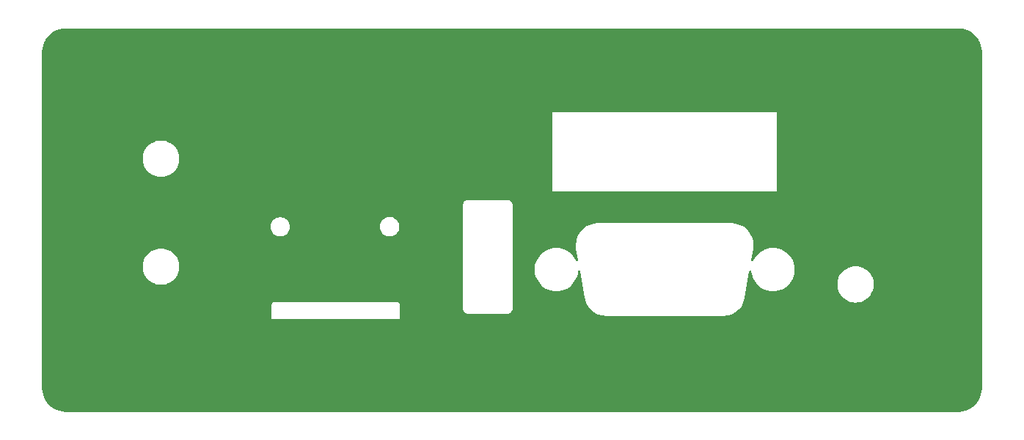
<source format=gbr>
%TF.GenerationSoftware,KiCad,Pcbnew,8.0.8*%
%TF.CreationDate,2025-02-26T19:38:44-05:00*%
%TF.ProjectId,MiniCamel_FrontPlate,4d696e69-4361-46d6-956c-5f46726f6e74,rev?*%
%TF.SameCoordinates,Original*%
%TF.FileFunction,Soldermask,Bot*%
%TF.FilePolarity,Negative*%
%FSLAX46Y46*%
G04 Gerber Fmt 4.6, Leading zero omitted, Abs format (unit mm)*
G04 Created by KiCad (PCBNEW 8.0.8) date 2025-02-26 19:38:44*
%MOMM*%
%LPD*%
G01*
G04 APERTURE LIST*
%ADD10C,4.064000*%
G04 APERTURE END LIST*
D10*
%TO.C,REF\u002A\u002A*%
X81310000Y-71791723D03*
X182460000Y-71791723D03*
X81310000Y-109010000D03*
X182460000Y-109010000D03*
%TD*%
G36*
X183894393Y-68278564D02*
G01*
X183923989Y-68282168D01*
X184130043Y-68332958D01*
X184144339Y-68337412D01*
X184447789Y-68452497D01*
X184461443Y-68458642D01*
X184748793Y-68609455D01*
X184761608Y-68617202D01*
X185028707Y-68801569D01*
X185040493Y-68810804D01*
X185283405Y-69026006D01*
X185293993Y-69036594D01*
X185509195Y-69279506D01*
X185518430Y-69291292D01*
X185702797Y-69558391D01*
X185710544Y-69571206D01*
X185861357Y-69858556D01*
X185867502Y-69872210D01*
X185982587Y-70175660D01*
X185987042Y-70189956D01*
X186064712Y-70505063D01*
X186067411Y-70519791D01*
X186106645Y-70842889D01*
X186107535Y-70855964D01*
X186109986Y-71018245D01*
X186110000Y-71020118D01*
X186110000Y-109699881D01*
X186109986Y-109701754D01*
X186107535Y-109864035D01*
X186106645Y-109877110D01*
X186067411Y-110200208D01*
X186064712Y-110214936D01*
X185987042Y-110530043D01*
X185982587Y-110544339D01*
X185867502Y-110847789D01*
X185861357Y-110861443D01*
X185710544Y-111148793D01*
X185702797Y-111161608D01*
X185518430Y-111428707D01*
X185509195Y-111440493D01*
X185293993Y-111683405D01*
X185283405Y-111693993D01*
X185040493Y-111909195D01*
X185028707Y-111918430D01*
X184761608Y-112102797D01*
X184748793Y-112110544D01*
X184461443Y-112261357D01*
X184447789Y-112267502D01*
X184144339Y-112382587D01*
X184130043Y-112387042D01*
X183814936Y-112464712D01*
X183800208Y-112467411D01*
X183477110Y-112506645D01*
X183464035Y-112507535D01*
X183301755Y-112509986D01*
X183299882Y-112510000D01*
X80437805Y-112510000D01*
X80436008Y-112509987D01*
X80272656Y-112507619D01*
X80259507Y-112506728D01*
X79934304Y-112467242D01*
X79919575Y-112464543D01*
X79602373Y-112386360D01*
X79588077Y-112381905D01*
X79282617Y-112266060D01*
X79268962Y-112259915D01*
X78979689Y-112108093D01*
X78966875Y-112100346D01*
X78698012Y-111914763D01*
X78686225Y-111905528D01*
X78441695Y-111688892D01*
X78431107Y-111678304D01*
X78214471Y-111433774D01*
X78205236Y-111421987D01*
X78019653Y-111153124D01*
X78011906Y-111140310D01*
X77860084Y-110851037D01*
X77853939Y-110837382D01*
X77738094Y-110531922D01*
X77733639Y-110517626D01*
X77655456Y-110200424D01*
X77652757Y-110185695D01*
X77613271Y-109860492D01*
X77612380Y-109847343D01*
X77610013Y-109683992D01*
X77610000Y-109682195D01*
X77610000Y-100133007D01*
X104090000Y-100133007D01*
X104090000Y-101743000D01*
X118919999Y-101743000D01*
X118919999Y-101742999D01*
X118919081Y-100133925D01*
X118916853Y-100080653D01*
X118916852Y-100080648D01*
X118876092Y-99982238D01*
X118876088Y-99982231D01*
X118800768Y-99906911D01*
X118800761Y-99906907D01*
X118702351Y-99866147D01*
X118702346Y-99866146D01*
X118649073Y-99863918D01*
X104360011Y-99863000D01*
X104360009Y-99863000D01*
X104306808Y-99865594D01*
X104208526Y-99906304D01*
X104133304Y-99981526D01*
X104092594Y-100079808D01*
X104090000Y-100133007D01*
X77610000Y-100133007D01*
X77610000Y-95596522D01*
X89252448Y-95596522D01*
X89252448Y-95883477D01*
X89291521Y-96167756D01*
X89291522Y-96167762D01*
X89368941Y-96444072D01*
X89483261Y-96707263D01*
X89632356Y-96952440D01*
X89632363Y-96952450D01*
X89813447Y-97175032D01*
X90023161Y-97370892D01*
X90023168Y-97370898D01*
X90257591Y-97536372D01*
X90257597Y-97536376D01*
X90512383Y-97668395D01*
X90782759Y-97764487D01*
X90782762Y-97764488D01*
X91063721Y-97822871D01*
X91350000Y-97842453D01*
X91636278Y-97822871D01*
X91917237Y-97764488D01*
X91917240Y-97764487D01*
X92187616Y-97668395D01*
X92442402Y-97536376D01*
X92442408Y-97536372D01*
X92676831Y-97370898D01*
X92676838Y-97370892D01*
X92886552Y-97175032D01*
X93067636Y-96952450D01*
X93067643Y-96952440D01*
X93216738Y-96707263D01*
X93331058Y-96444072D01*
X93408477Y-96167762D01*
X93408478Y-96167756D01*
X93447552Y-95883477D01*
X93449999Y-95740000D01*
X93447552Y-95596522D01*
X93408478Y-95312243D01*
X93408477Y-95312237D01*
X93331058Y-95035927D01*
X93216738Y-94772736D01*
X93067643Y-94527559D01*
X93067636Y-94527549D01*
X92886552Y-94304967D01*
X92676838Y-94109107D01*
X92676831Y-94109101D01*
X92442408Y-93943627D01*
X92442402Y-93943623D01*
X92187616Y-93811604D01*
X91917240Y-93715512D01*
X91917237Y-93715511D01*
X91636278Y-93657128D01*
X91350000Y-93637547D01*
X91063721Y-93657128D01*
X90782762Y-93715511D01*
X90782759Y-93715512D01*
X90512383Y-93811604D01*
X90257597Y-93943623D01*
X90257591Y-93943627D01*
X90023168Y-94109101D01*
X90023161Y-94109107D01*
X89813447Y-94304967D01*
X89632363Y-94527549D01*
X89632356Y-94527559D01*
X89483261Y-94772736D01*
X89368941Y-95035927D01*
X89291522Y-95312237D01*
X89291521Y-95312243D01*
X89252448Y-95596522D01*
X77610000Y-95596522D01*
X77610000Y-91134999D01*
X103980000Y-91134999D01*
X103980000Y-91135000D01*
X103999069Y-91340794D01*
X104055632Y-91539594D01*
X104147753Y-91724598D01*
X104147758Y-91724606D01*
X104272311Y-91889541D01*
X104425047Y-92028777D01*
X104600771Y-92137582D01*
X104600773Y-92137583D01*
X104793498Y-92212244D01*
X104996662Y-92250222D01*
X105203338Y-92250222D01*
X105406500Y-92212244D01*
X105406501Y-92212244D01*
X105599226Y-92137583D01*
X105599228Y-92137582D01*
X105774952Y-92028777D01*
X105927688Y-91889541D01*
X106052241Y-91724606D01*
X106052246Y-91724598D01*
X106144367Y-91539594D01*
X106200930Y-91340794D01*
X106220000Y-91135000D01*
X106220000Y-91134999D01*
X106219073Y-91124999D01*
X116620000Y-91124999D01*
X116620000Y-91125000D01*
X116639069Y-91330794D01*
X116695632Y-91529594D01*
X116787753Y-91714598D01*
X116787758Y-91714606D01*
X116912311Y-91879541D01*
X117065047Y-92018777D01*
X117240771Y-92127582D01*
X117240773Y-92127583D01*
X117433498Y-92202244D01*
X117636662Y-92240222D01*
X117843338Y-92240222D01*
X118046500Y-92202244D01*
X118046501Y-92202244D01*
X118239226Y-92127583D01*
X118239228Y-92127582D01*
X118414952Y-92018777D01*
X118567688Y-91879541D01*
X118692241Y-91714606D01*
X118692246Y-91714598D01*
X118784367Y-91529594D01*
X118840930Y-91330794D01*
X118860000Y-91125000D01*
X118860000Y-91124999D01*
X118840930Y-90919205D01*
X118784367Y-90720405D01*
X118692246Y-90535401D01*
X118692241Y-90535393D01*
X118567688Y-90370458D01*
X118414952Y-90231222D01*
X118239228Y-90122417D01*
X118239226Y-90122416D01*
X118046501Y-90047755D01*
X117843338Y-90009778D01*
X117636662Y-90009778D01*
X117433499Y-90047755D01*
X117433498Y-90047755D01*
X117240773Y-90122416D01*
X117240771Y-90122417D01*
X117065047Y-90231222D01*
X116912311Y-90370458D01*
X116787758Y-90535393D01*
X116787753Y-90535401D01*
X116695632Y-90720405D01*
X116639069Y-90919205D01*
X116620000Y-91124999D01*
X106219073Y-91124999D01*
X106200930Y-90929205D01*
X106144367Y-90730405D01*
X106052246Y-90545401D01*
X106052241Y-90545393D01*
X105927688Y-90380458D01*
X105774952Y-90241222D01*
X105599228Y-90132417D01*
X105599226Y-90132416D01*
X105406501Y-90057755D01*
X105203338Y-90019778D01*
X104996662Y-90019778D01*
X104793499Y-90057755D01*
X104793498Y-90057755D01*
X104600773Y-90132416D01*
X104600771Y-90132417D01*
X104425047Y-90241222D01*
X104272311Y-90380458D01*
X104147758Y-90545393D01*
X104147753Y-90545401D01*
X104055632Y-90730405D01*
X103999069Y-90929205D01*
X103980000Y-91134999D01*
X77610000Y-91134999D01*
X77610000Y-88609495D01*
X126200983Y-88609495D01*
X126200983Y-100590505D01*
X126203159Y-100663796D01*
X126241107Y-100805425D01*
X126314417Y-100932399D01*
X126314419Y-100932402D01*
X126418089Y-101036072D01*
X126418092Y-101036074D01*
X126545066Y-101109384D01*
X126686695Y-101147332D01*
X126759987Y-101149509D01*
X131360013Y-101149509D01*
X131433300Y-101147333D01*
X131433306Y-101147332D01*
X131574933Y-101109383D01*
X131574938Y-101109380D01*
X131701903Y-101036078D01*
X131701911Y-101036072D01*
X131805579Y-100932402D01*
X131805582Y-100932398D01*
X131878892Y-100805425D01*
X131916840Y-100663795D01*
X131919017Y-100590504D01*
X131919017Y-95922097D01*
X134486707Y-95922097D01*
X134486707Y-96236382D01*
X134526092Y-96548145D01*
X134526094Y-96548154D01*
X134604249Y-96852547D01*
X134719930Y-97144727D01*
X134719934Y-97144735D01*
X134871327Y-97420119D01*
X134871339Y-97420137D01*
X135056043Y-97674360D01*
X135056051Y-97674370D01*
X135271170Y-97903450D01*
X135513324Y-98103777D01*
X135778657Y-98272162D01*
X135778663Y-98272165D01*
X136063005Y-98405967D01*
X136063010Y-98405969D01*
X136361887Y-98503079D01*
X136670596Y-98561970D01*
X136670593Y-98561970D01*
X136984225Y-98581702D01*
X136984235Y-98581702D01*
X137297864Y-98561970D01*
X137606572Y-98503079D01*
X137905449Y-98405969D01*
X137905454Y-98405967D01*
X138189796Y-98272165D01*
X138189802Y-98272162D01*
X138455135Y-98103777D01*
X138697289Y-97903450D01*
X138912408Y-97674370D01*
X138912416Y-97674360D01*
X139097120Y-97420137D01*
X139097132Y-97420119D01*
X139248525Y-97144735D01*
X139248529Y-97144727D01*
X139364210Y-96852547D01*
X139442365Y-96548154D01*
X139442367Y-96548145D01*
X139477631Y-96269004D01*
X139505562Y-96204960D01*
X139563684Y-96166184D01*
X139633544Y-96164987D01*
X139692961Y-96201748D01*
X139722734Y-96262813D01*
X140271490Y-99345438D01*
X140271998Y-99348519D01*
X140290931Y-99472968D01*
X140292277Y-99476892D01*
X140413984Y-99878365D01*
X140648524Y-100317027D01*
X140963042Y-100700307D01*
X141346436Y-101014920D01*
X141785021Y-101249408D01*
X142251306Y-101390821D01*
X142251484Y-101390892D01*
X142252085Y-101391067D01*
X142253508Y-101391489D01*
X142260562Y-101393628D01*
X142748246Y-101441465D01*
X142753822Y-101442200D01*
X156174092Y-101430032D01*
X156213421Y-101436397D01*
X156220500Y-101438757D01*
X156225338Y-101440482D01*
X156227656Y-101441363D01*
X156234628Y-101440205D01*
X156707859Y-101393627D01*
X156713853Y-101391810D01*
X156715497Y-101391323D01*
X156716554Y-101391018D01*
X156716842Y-101390903D01*
X157183978Y-101249233D01*
X157622006Y-101014901D01*
X158005377Y-100700307D01*
X158319895Y-100317028D01*
X158554447Y-99878322D01*
X158698634Y-99402881D01*
X158698774Y-99401456D01*
X158698777Y-99401431D01*
X158698778Y-99401417D01*
X158703568Y-99352420D01*
X158704843Y-99343069D01*
X159245320Y-96260759D01*
X159276288Y-96198126D01*
X159336201Y-96162179D01*
X159406037Y-96164329D01*
X159463625Y-96203895D01*
X159490479Y-96266634D01*
X159526042Y-96548145D01*
X159526044Y-96548154D01*
X159604199Y-96852547D01*
X159719880Y-97144727D01*
X159719884Y-97144735D01*
X159871277Y-97420119D01*
X159871289Y-97420137D01*
X160055993Y-97674360D01*
X160056001Y-97674370D01*
X160271120Y-97903450D01*
X160513274Y-98103777D01*
X160778607Y-98272162D01*
X160778613Y-98272165D01*
X161062955Y-98405967D01*
X161062960Y-98405969D01*
X161361837Y-98503079D01*
X161670546Y-98561970D01*
X161670543Y-98561970D01*
X161984175Y-98581702D01*
X161984185Y-98581702D01*
X162297814Y-98561970D01*
X162606522Y-98503079D01*
X162905399Y-98405969D01*
X162905404Y-98405967D01*
X163189746Y-98272165D01*
X163189752Y-98272162D01*
X163455085Y-98103777D01*
X163697239Y-97903450D01*
X163912358Y-97674370D01*
X163912366Y-97674360D01*
X163939857Y-97636522D01*
X169422448Y-97636522D01*
X169422448Y-97923477D01*
X169461521Y-98207756D01*
X169461522Y-98207762D01*
X169538941Y-98484072D01*
X169653261Y-98747263D01*
X169802356Y-98992440D01*
X169802363Y-98992450D01*
X169983447Y-99215032D01*
X170193161Y-99410892D01*
X170193168Y-99410898D01*
X170427591Y-99576372D01*
X170427597Y-99576376D01*
X170682383Y-99708395D01*
X170952759Y-99804487D01*
X170952762Y-99804488D01*
X171233721Y-99862871D01*
X171520000Y-99882453D01*
X171806278Y-99862871D01*
X172087237Y-99804488D01*
X172087240Y-99804487D01*
X172357616Y-99708395D01*
X172612402Y-99576376D01*
X172612408Y-99576372D01*
X172846831Y-99410898D01*
X172846838Y-99410892D01*
X173056552Y-99215032D01*
X173237636Y-98992450D01*
X173237643Y-98992440D01*
X173386738Y-98747263D01*
X173501058Y-98484072D01*
X173578477Y-98207762D01*
X173578478Y-98207756D01*
X173617552Y-97923477D01*
X173619999Y-97780000D01*
X173617552Y-97636522D01*
X173578478Y-97352243D01*
X173578477Y-97352237D01*
X173501058Y-97075927D01*
X173386738Y-96812736D01*
X173237643Y-96567559D01*
X173237636Y-96567549D01*
X173056552Y-96344967D01*
X172846838Y-96149107D01*
X172846831Y-96149101D01*
X172612408Y-95983627D01*
X172612402Y-95983623D01*
X172357616Y-95851604D01*
X172087240Y-95755512D01*
X172087237Y-95755511D01*
X171806278Y-95697128D01*
X171520000Y-95677547D01*
X171233721Y-95697128D01*
X170952762Y-95755511D01*
X170952759Y-95755512D01*
X170682383Y-95851604D01*
X170427597Y-95983623D01*
X170427591Y-95983627D01*
X170193168Y-96149101D01*
X170193161Y-96149107D01*
X169983447Y-96344967D01*
X169802363Y-96567549D01*
X169802356Y-96567559D01*
X169653261Y-96812736D01*
X169538941Y-97075927D01*
X169461522Y-97352237D01*
X169461521Y-97352243D01*
X169422448Y-97636522D01*
X163939857Y-97636522D01*
X164097070Y-97420137D01*
X164097082Y-97420119D01*
X164248475Y-97144735D01*
X164248479Y-97144727D01*
X164364160Y-96852547D01*
X164442315Y-96548154D01*
X164442317Y-96548145D01*
X164481702Y-96236381D01*
X164484169Y-96079240D01*
X164481702Y-95922098D01*
X164442317Y-95610334D01*
X164442315Y-95610325D01*
X164364160Y-95305932D01*
X164248479Y-95013752D01*
X164248475Y-95013744D01*
X164097082Y-94738360D01*
X164097070Y-94738342D01*
X163912366Y-94484119D01*
X163912358Y-94484109D01*
X163697239Y-94255029D01*
X163455085Y-94054702D01*
X163189752Y-93886317D01*
X163189746Y-93886314D01*
X162905404Y-93752512D01*
X162905399Y-93752510D01*
X162606523Y-93655400D01*
X162297815Y-93596510D01*
X162297811Y-93596509D01*
X161984185Y-93576779D01*
X161984175Y-93576779D01*
X161670548Y-93596509D01*
X161670544Y-93596510D01*
X161361836Y-93655400D01*
X161062960Y-93752510D01*
X161062955Y-93752512D01*
X160778613Y-93886314D01*
X160778607Y-93886317D01*
X160513274Y-94054702D01*
X160271120Y-94255029D01*
X160056001Y-94484109D01*
X160055993Y-94484119D01*
X159871289Y-94738342D01*
X159871277Y-94738360D01*
X159719884Y-95013744D01*
X159719879Y-95013756D01*
X159707832Y-95044182D01*
X159664850Y-95099267D01*
X159598911Y-95122369D01*
X159530948Y-95106154D01*
X159482542Y-95055770D01*
X159469059Y-94987214D01*
X159470404Y-94977117D01*
X159690880Y-93719757D01*
X159701960Y-93690488D01*
X159705124Y-93679277D01*
X159705390Y-93673881D01*
X159746598Y-93256391D01*
X159746604Y-93256356D01*
X159746631Y-93256050D01*
X159747309Y-93249175D01*
X159746684Y-93242833D01*
X159746629Y-93242206D01*
X159746614Y-93242119D01*
X159698779Y-92757055D01*
X159698771Y-92756902D01*
X159698729Y-92756559D01*
X159698600Y-92755258D01*
X159554569Y-92280590D01*
X159553907Y-92278884D01*
X159319929Y-91841254D01*
X159005317Y-91457861D01*
X158624142Y-91145330D01*
X158623009Y-91144303D01*
X158621554Y-91143168D01*
X158621029Y-91142804D01*
X158183980Y-90908987D01*
X157708499Y-90764788D01*
X157705249Y-90764594D01*
X157215347Y-90716280D01*
X157214368Y-90716280D01*
X141794295Y-90728192D01*
X141754995Y-90721832D01*
X141750938Y-90720480D01*
X141745255Y-90718430D01*
X141741233Y-90716868D01*
X141734459Y-90717961D01*
X141263126Y-90764598D01*
X141259892Y-90764794D01*
X140784437Y-90908987D01*
X140347516Y-91142737D01*
X140346446Y-91143478D01*
X140345871Y-91143925D01*
X140344670Y-91145007D01*
X139963070Y-91457888D01*
X139648505Y-91841224D01*
X139414152Y-92279559D01*
X139269821Y-92755217D01*
X139269708Y-92756369D01*
X139269644Y-92756889D01*
X139269631Y-92757159D01*
X139221292Y-93247313D01*
X139221024Y-93249204D01*
X139221309Y-93251200D01*
X139261894Y-93662058D01*
X139261085Y-93669521D01*
X139263714Y-93684288D01*
X139264403Y-93689273D01*
X139265228Y-93692787D01*
X139490416Y-94957775D01*
X139482785Y-95027226D01*
X139438818Y-95081528D01*
X139372472Y-95103438D01*
X139304813Y-95086001D01*
X139257322Y-95034753D01*
X139253042Y-95025152D01*
X139248527Y-95013748D01*
X139248525Y-95013744D01*
X139097132Y-94738360D01*
X139097120Y-94738342D01*
X138912416Y-94484119D01*
X138912408Y-94484109D01*
X138697289Y-94255029D01*
X138455135Y-94054702D01*
X138189802Y-93886317D01*
X138189796Y-93886314D01*
X137905454Y-93752512D01*
X137905449Y-93752510D01*
X137606573Y-93655400D01*
X137297865Y-93596510D01*
X137297861Y-93596509D01*
X136984235Y-93576779D01*
X136984225Y-93576779D01*
X136670598Y-93596509D01*
X136670594Y-93596510D01*
X136361886Y-93655400D01*
X136063010Y-93752510D01*
X136063005Y-93752512D01*
X135778663Y-93886314D01*
X135778657Y-93886317D01*
X135513324Y-94054702D01*
X135271170Y-94255029D01*
X135056051Y-94484109D01*
X135056043Y-94484119D01*
X134871339Y-94738342D01*
X134871327Y-94738360D01*
X134719934Y-95013744D01*
X134719930Y-95013752D01*
X134604249Y-95305932D01*
X134526094Y-95610325D01*
X134526092Y-95610334D01*
X134486707Y-95922097D01*
X131919017Y-95922097D01*
X131919017Y-88609521D01*
X131916825Y-88536201D01*
X131878881Y-88394576D01*
X131805577Y-88267604D01*
X131805575Y-88267601D01*
X131701903Y-88163927D01*
X131701901Y-88163926D01*
X131574929Y-88090617D01*
X131433306Y-88052668D01*
X131433300Y-88052667D01*
X131360013Y-88050492D01*
X126759987Y-88050492D01*
X126686695Y-88052668D01*
X126545066Y-88090616D01*
X126418092Y-88163926D01*
X126418089Y-88163928D01*
X126314419Y-88267598D01*
X126314417Y-88267601D01*
X126241107Y-88394575D01*
X126203159Y-88536204D01*
X126200983Y-88609495D01*
X77610000Y-88609495D01*
X77610000Y-87080000D01*
X136474999Y-87080000D01*
X162445001Y-87080000D01*
X162445001Y-77880000D01*
X136474999Y-77880000D01*
X136474999Y-87080000D01*
X77610000Y-87080000D01*
X77610000Y-83126522D01*
X89252448Y-83126522D01*
X89252448Y-83413477D01*
X89291521Y-83697756D01*
X89291522Y-83697762D01*
X89368941Y-83974072D01*
X89483261Y-84237263D01*
X89632356Y-84482440D01*
X89632363Y-84482450D01*
X89813447Y-84705032D01*
X90023161Y-84900892D01*
X90023168Y-84900898D01*
X90257591Y-85066372D01*
X90257597Y-85066376D01*
X90512383Y-85198395D01*
X90782759Y-85294487D01*
X90782762Y-85294488D01*
X91063721Y-85352871D01*
X91350000Y-85372453D01*
X91636278Y-85352871D01*
X91917237Y-85294488D01*
X91917240Y-85294487D01*
X92187616Y-85198395D01*
X92442402Y-85066376D01*
X92442408Y-85066372D01*
X92676831Y-84900898D01*
X92676838Y-84900892D01*
X92886552Y-84705032D01*
X93067636Y-84482450D01*
X93067643Y-84482440D01*
X93216738Y-84237263D01*
X93331058Y-83974072D01*
X93408477Y-83697762D01*
X93408478Y-83697756D01*
X93447552Y-83413477D01*
X93449999Y-83270000D01*
X93447552Y-83126522D01*
X93408478Y-82842243D01*
X93408477Y-82842237D01*
X93331058Y-82565927D01*
X93216738Y-82302736D01*
X93067643Y-82057559D01*
X93067636Y-82057549D01*
X92886552Y-81834967D01*
X92676838Y-81639107D01*
X92676831Y-81639101D01*
X92442408Y-81473627D01*
X92442402Y-81473623D01*
X92187616Y-81341604D01*
X91917240Y-81245512D01*
X91917237Y-81245511D01*
X91636278Y-81187128D01*
X91350000Y-81167547D01*
X91063721Y-81187128D01*
X90782762Y-81245511D01*
X90782759Y-81245512D01*
X90512383Y-81341604D01*
X90257597Y-81473623D01*
X90257591Y-81473627D01*
X90023168Y-81639101D01*
X90023161Y-81639107D01*
X89813447Y-81834967D01*
X89632363Y-82057549D01*
X89632356Y-82057559D01*
X89483261Y-82302736D01*
X89368941Y-82565927D01*
X89291522Y-82842237D01*
X89291521Y-82842243D01*
X89252448Y-83126522D01*
X77610000Y-83126522D01*
X77610000Y-71020118D01*
X77610014Y-71018246D01*
X77612464Y-70855965D01*
X77613354Y-70842889D01*
X77652588Y-70519791D01*
X77655287Y-70505063D01*
X77732957Y-70189956D01*
X77737412Y-70175660D01*
X77852497Y-69872210D01*
X77858642Y-69858556D01*
X78009455Y-69571206D01*
X78017202Y-69558391D01*
X78201569Y-69291292D01*
X78210804Y-69279506D01*
X78426006Y-69036594D01*
X78436594Y-69026006D01*
X78679506Y-68810804D01*
X78691292Y-68801569D01*
X78958391Y-68617202D01*
X78971206Y-68609455D01*
X79258556Y-68458642D01*
X79272210Y-68452497D01*
X79575660Y-68337412D01*
X79589956Y-68332957D01*
X79905063Y-68255287D01*
X79919791Y-68252588D01*
X80242889Y-68213354D01*
X80255965Y-68212464D01*
X80301931Y-68211770D01*
X80303883Y-68211756D01*
X183894393Y-68278564D01*
G37*
M02*

</source>
